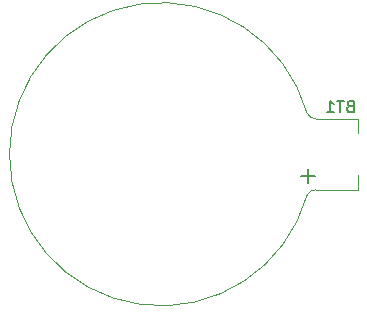
<source format=gbr>
%TF.GenerationSoftware,KiCad,Pcbnew,9.0.1*%
%TF.CreationDate,2025-06-21T17:44:42+02:00*%
%TF.ProjectId,PicoLogger_Small,5069636f-4c6f-4676-9765-725f536d616c,rev?*%
%TF.SameCoordinates,Original*%
%TF.FileFunction,Legend,Bot*%
%TF.FilePolarity,Positive*%
%FSLAX46Y46*%
G04 Gerber Fmt 4.6, Leading zero omitted, Abs format (unit mm)*
G04 Created by KiCad (PCBNEW 9.0.1) date 2025-06-21 17:44:42*
%MOMM*%
%LPD*%
G01*
G04 APERTURE LIST*
%ADD10C,0.150000*%
%ADD11C,0.120000*%
G04 APERTURE END LIST*
D10*
X175275714Y-98931009D02*
X175132857Y-98978628D01*
X175132857Y-98978628D02*
X175085238Y-99026247D01*
X175085238Y-99026247D02*
X175037619Y-99121485D01*
X175037619Y-99121485D02*
X175037619Y-99264342D01*
X175037619Y-99264342D02*
X175085238Y-99359580D01*
X175085238Y-99359580D02*
X175132857Y-99407200D01*
X175132857Y-99407200D02*
X175228095Y-99454819D01*
X175228095Y-99454819D02*
X175609047Y-99454819D01*
X175609047Y-99454819D02*
X175609047Y-98454819D01*
X175609047Y-98454819D02*
X175275714Y-98454819D01*
X175275714Y-98454819D02*
X175180476Y-98502438D01*
X175180476Y-98502438D02*
X175132857Y-98550057D01*
X175132857Y-98550057D02*
X175085238Y-98645295D01*
X175085238Y-98645295D02*
X175085238Y-98740533D01*
X175085238Y-98740533D02*
X175132857Y-98835771D01*
X175132857Y-98835771D02*
X175180476Y-98883390D01*
X175180476Y-98883390D02*
X175275714Y-98931009D01*
X175275714Y-98931009D02*
X175609047Y-98931009D01*
X174751904Y-98454819D02*
X174180476Y-98454819D01*
X174466190Y-99454819D02*
X174466190Y-98454819D01*
X173323333Y-99454819D02*
X173894761Y-99454819D01*
X173609047Y-99454819D02*
X173609047Y-98454819D01*
X173609047Y-98454819D02*
X173704285Y-98597676D01*
X173704285Y-98597676D02*
X173799523Y-98692914D01*
X173799523Y-98692914D02*
X173894761Y-98740533D01*
X172311428Y-104864700D02*
X171168571Y-104864700D01*
X171739999Y-105436128D02*
X171739999Y-104293271D01*
D11*
%TO.C,BT1*%
X175940000Y-100000000D02*
X172390000Y-100000000D01*
X175940000Y-101200000D02*
X175940000Y-100000000D01*
X175940000Y-104800000D02*
X175940000Y-106000000D01*
X175940000Y-106000000D02*
X172390000Y-106000000D01*
X146453830Y-103000000D02*
G75*
G02*
X171640000Y-99500000I12836270J28D01*
G01*
X171640000Y-106500000D02*
G75*
G02*
X146453830Y-103000000I-12349900J3499972D01*
G01*
X171640000Y-106500000D02*
G75*
G02*
X172390000Y-106000000I750000J-312500D01*
G01*
X172390000Y-100000000D02*
G75*
G02*
X171640000Y-99500000I0J812500D01*
G01*
%TD*%
M02*

</source>
